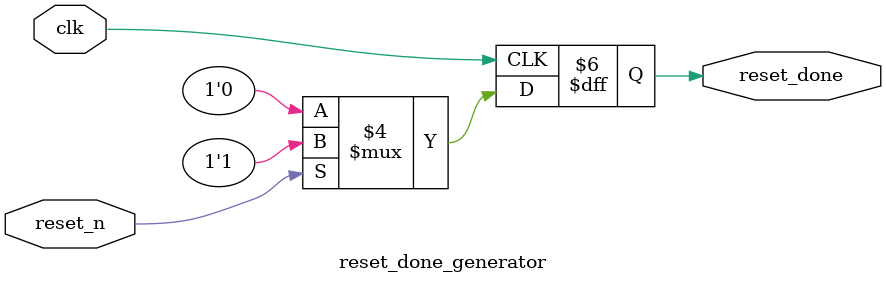
<source format=sv>
module reset_done_generator (
  input wire clk,
  input wire reset_n,
  output reg reset_done
);
  always @(posedge clk) begin
    if (!reset_n)
      reset_done <= 0;
    else
      reset_done <= 1;
  end
endmodule

</source>
